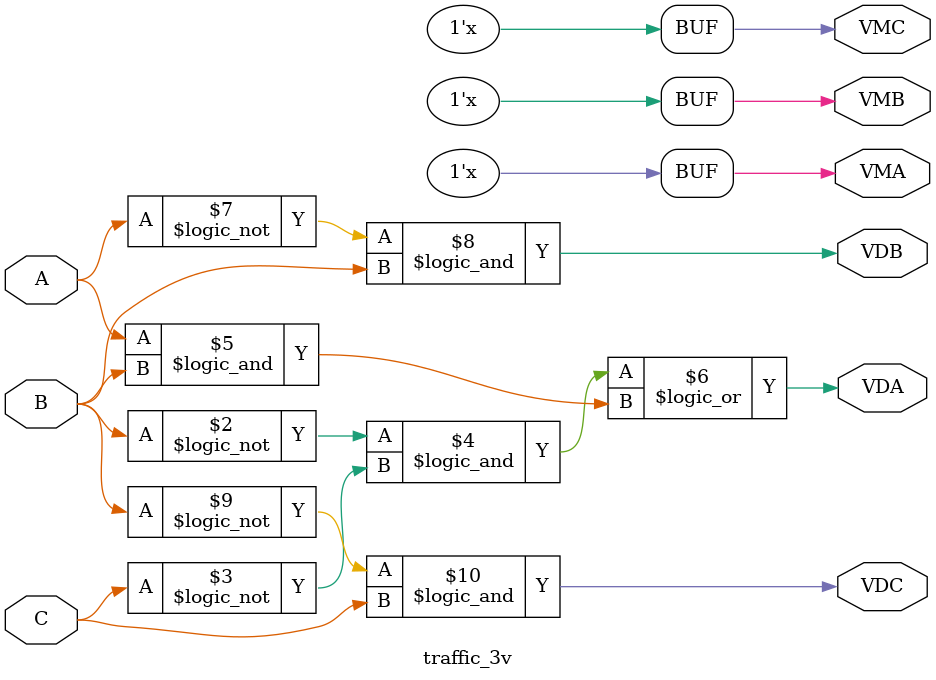
<source format=sv>
module traffic_3v (
    input logic A, B, C,
    output logic VMA, VDA, VMB, VDB, VMC, VDC
);
    always_comb begin : blockName
        VDA <= !B && !C || A && B;
        VDB <= !A && B;
        VDC <= !B && C;
        VMA <= !VDA;
        VMB <= !VDB;
        VMC <= !VDC;
    end
endmodule

</source>
